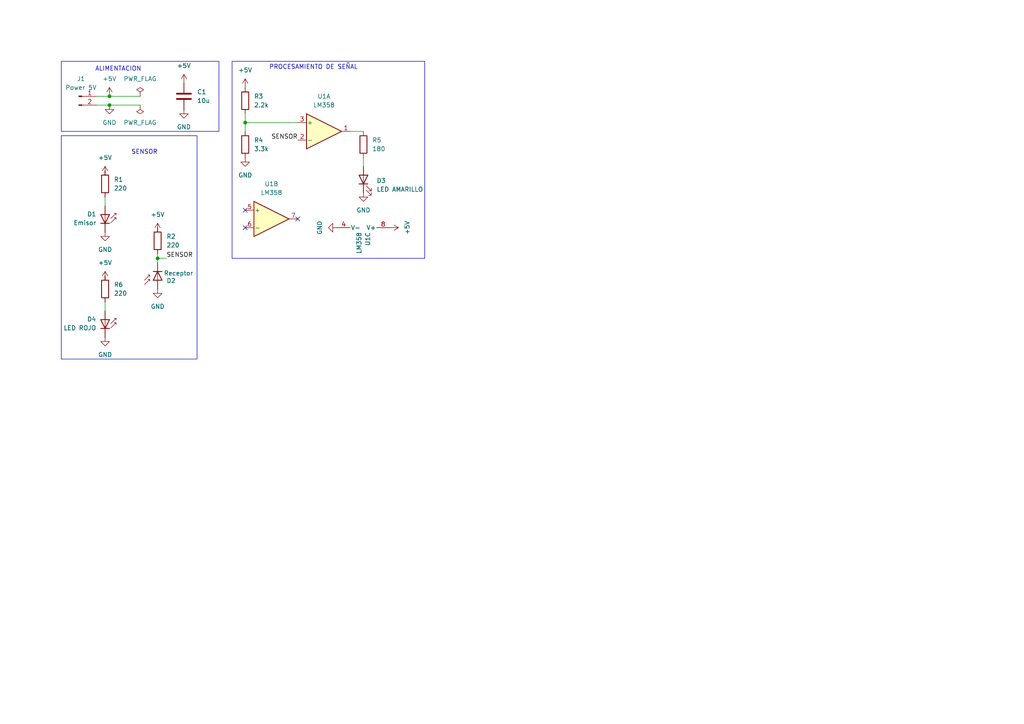
<source format=kicad_sch>
(kicad_sch
	(version 20231120)
	(generator "eeschema")
	(generator_version "8.0")
	(uuid "c52e414a-4fb0-4cdb-94c0-5d92251804b4")
	(paper "A4")
	(lib_symbols
		(symbol "Amplifier_Operational:LM358"
			(pin_names
				(offset 0.127)
			)
			(exclude_from_sim no)
			(in_bom yes)
			(on_board yes)
			(property "Reference" "U"
				(at 0 5.08 0)
				(effects
					(font
						(size 1.27 1.27)
					)
					(justify left)
				)
			)
			(property "Value" "LM358"
				(at 0 -5.08 0)
				(effects
					(font
						(size 1.27 1.27)
					)
					(justify left)
				)
			)
			(property "Footprint" ""
				(at 0 0 0)
				(effects
					(font
						(size 1.27 1.27)
					)
					(hide yes)
				)
			)
			(property "Datasheet" "http://www.ti.com/lit/ds/symlink/lm2904-n.pdf"
				(at 0 0 0)
				(effects
					(font
						(size 1.27 1.27)
					)
					(hide yes)
				)
			)
			(property "Description" "Low-Power, Dual Operational Amplifiers, DIP-8/SOIC-8/TO-99-8"
				(at 0 0 0)
				(effects
					(font
						(size 1.27 1.27)
					)
					(hide yes)
				)
			)
			(property "ki_locked" ""
				(at 0 0 0)
				(effects
					(font
						(size 1.27 1.27)
					)
				)
			)
			(property "ki_keywords" "dual opamp"
				(at 0 0 0)
				(effects
					(font
						(size 1.27 1.27)
					)
					(hide yes)
				)
			)
			(property "ki_fp_filters" "SOIC*3.9x4.9mm*P1.27mm* DIP*W7.62mm* TO*99* OnSemi*Micro8* TSSOP*3x3mm*P0.65mm* TSSOP*4.4x3mm*P0.65mm* MSOP*3x3mm*P0.65mm* SSOP*3.9x4.9mm*P0.635mm* LFCSP*2x2mm*P0.5mm* *SIP* SOIC*5.3x6.2mm*P1.27mm*"
				(at 0 0 0)
				(effects
					(font
						(size 1.27 1.27)
					)
					(hide yes)
				)
			)
			(symbol "LM358_1_1"
				(polyline
					(pts
						(xy -5.08 5.08) (xy 5.08 0) (xy -5.08 -5.08) (xy -5.08 5.08)
					)
					(stroke
						(width 0.254)
						(type default)
					)
					(fill
						(type background)
					)
				)
				(pin output line
					(at 7.62 0 180)
					(length 2.54)
					(name "~"
						(effects
							(font
								(size 1.27 1.27)
							)
						)
					)
					(number "1"
						(effects
							(font
								(size 1.27 1.27)
							)
						)
					)
				)
				(pin input line
					(at -7.62 -2.54 0)
					(length 2.54)
					(name "-"
						(effects
							(font
								(size 1.27 1.27)
							)
						)
					)
					(number "2"
						(effects
							(font
								(size 1.27 1.27)
							)
						)
					)
				)
				(pin input line
					(at -7.62 2.54 0)
					(length 2.54)
					(name "+"
						(effects
							(font
								(size 1.27 1.27)
							)
						)
					)
					(number "3"
						(effects
							(font
								(size 1.27 1.27)
							)
						)
					)
				)
			)
			(symbol "LM358_2_1"
				(polyline
					(pts
						(xy -5.08 5.08) (xy 5.08 0) (xy -5.08 -5.08) (xy -5.08 5.08)
					)
					(stroke
						(width 0.254)
						(type default)
					)
					(fill
						(type background)
					)
				)
				(pin input line
					(at -7.62 2.54 0)
					(length 2.54)
					(name "+"
						(effects
							(font
								(size 1.27 1.27)
							)
						)
					)
					(number "5"
						(effects
							(font
								(size 1.27 1.27)
							)
						)
					)
				)
				(pin input line
					(at -7.62 -2.54 0)
					(length 2.54)
					(name "-"
						(effects
							(font
								(size 1.27 1.27)
							)
						)
					)
					(number "6"
						(effects
							(font
								(size 1.27 1.27)
							)
						)
					)
				)
				(pin output line
					(at 7.62 0 180)
					(length 2.54)
					(name "~"
						(effects
							(font
								(size 1.27 1.27)
							)
						)
					)
					(number "7"
						(effects
							(font
								(size 1.27 1.27)
							)
						)
					)
				)
			)
			(symbol "LM358_3_1"
				(pin power_in line
					(at -2.54 -7.62 90)
					(length 3.81)
					(name "V-"
						(effects
							(font
								(size 1.27 1.27)
							)
						)
					)
					(number "4"
						(effects
							(font
								(size 1.27 1.27)
							)
						)
					)
				)
				(pin power_in line
					(at -2.54 7.62 270)
					(length 3.81)
					(name "V+"
						(effects
							(font
								(size 1.27 1.27)
							)
						)
					)
					(number "8"
						(effects
							(font
								(size 1.27 1.27)
							)
						)
					)
				)
			)
		)
		(symbol "Connector:Conn_01x02_Pin"
			(pin_names
				(offset 1.016) hide)
			(exclude_from_sim no)
			(in_bom yes)
			(on_board yes)
			(property "Reference" "J"
				(at 0 2.54 0)
				(effects
					(font
						(size 1.27 1.27)
					)
				)
			)
			(property "Value" "Conn_01x02_Pin"
				(at 0 -5.08 0)
				(effects
					(font
						(size 1.27 1.27)
					)
				)
			)
			(property "Footprint" ""
				(at 0 0 0)
				(effects
					(font
						(size 1.27 1.27)
					)
					(hide yes)
				)
			)
			(property "Datasheet" "~"
				(at 0 0 0)
				(effects
					(font
						(size 1.27 1.27)
					)
					(hide yes)
				)
			)
			(property "Description" "Generic connector, single row, 01x02, script generated"
				(at 0 0 0)
				(effects
					(font
						(size 1.27 1.27)
					)
					(hide yes)
				)
			)
			(property "ki_locked" ""
				(at 0 0 0)
				(effects
					(font
						(size 1.27 1.27)
					)
				)
			)
			(property "ki_keywords" "connector"
				(at 0 0 0)
				(effects
					(font
						(size 1.27 1.27)
					)
					(hide yes)
				)
			)
			(property "ki_fp_filters" "Connector*:*_1x??_*"
				(at 0 0 0)
				(effects
					(font
						(size 1.27 1.27)
					)
					(hide yes)
				)
			)
			(symbol "Conn_01x02_Pin_1_1"
				(polyline
					(pts
						(xy 1.27 -2.54) (xy 0.8636 -2.54)
					)
					(stroke
						(width 0.1524)
						(type default)
					)
					(fill
						(type none)
					)
				)
				(polyline
					(pts
						(xy 1.27 0) (xy 0.8636 0)
					)
					(stroke
						(width 0.1524)
						(type default)
					)
					(fill
						(type none)
					)
				)
				(rectangle
					(start 0.8636 -2.413)
					(end 0 -2.667)
					(stroke
						(width 0.1524)
						(type default)
					)
					(fill
						(type outline)
					)
				)
				(rectangle
					(start 0.8636 0.127)
					(end 0 -0.127)
					(stroke
						(width 0.1524)
						(type default)
					)
					(fill
						(type outline)
					)
				)
				(pin passive line
					(at 5.08 0 180)
					(length 3.81)
					(name "Pin_1"
						(effects
							(font
								(size 1.27 1.27)
							)
						)
					)
					(number "1"
						(effects
							(font
								(size 1.27 1.27)
							)
						)
					)
				)
				(pin passive line
					(at 5.08 -2.54 180)
					(length 3.81)
					(name "Pin_2"
						(effects
							(font
								(size 1.27 1.27)
							)
						)
					)
					(number "2"
						(effects
							(font
								(size 1.27 1.27)
							)
						)
					)
				)
			)
		)
		(symbol "Device:C"
			(pin_numbers hide)
			(pin_names
				(offset 0.254)
			)
			(exclude_from_sim no)
			(in_bom yes)
			(on_board yes)
			(property "Reference" "C"
				(at 0.635 2.54 0)
				(effects
					(font
						(size 1.27 1.27)
					)
					(justify left)
				)
			)
			(property "Value" "C"
				(at 0.635 -2.54 0)
				(effects
					(font
						(size 1.27 1.27)
					)
					(justify left)
				)
			)
			(property "Footprint" ""
				(at 0.9652 -3.81 0)
				(effects
					(font
						(size 1.27 1.27)
					)
					(hide yes)
				)
			)
			(property "Datasheet" "~"
				(at 0 0 0)
				(effects
					(font
						(size 1.27 1.27)
					)
					(hide yes)
				)
			)
			(property "Description" "Unpolarized capacitor"
				(at 0 0 0)
				(effects
					(font
						(size 1.27 1.27)
					)
					(hide yes)
				)
			)
			(property "ki_keywords" "cap capacitor"
				(at 0 0 0)
				(effects
					(font
						(size 1.27 1.27)
					)
					(hide yes)
				)
			)
			(property "ki_fp_filters" "C_*"
				(at 0 0 0)
				(effects
					(font
						(size 1.27 1.27)
					)
					(hide yes)
				)
			)
			(symbol "C_0_1"
				(polyline
					(pts
						(xy -2.032 -0.762) (xy 2.032 -0.762)
					)
					(stroke
						(width 0.508)
						(type default)
					)
					(fill
						(type none)
					)
				)
				(polyline
					(pts
						(xy -2.032 0.762) (xy 2.032 0.762)
					)
					(stroke
						(width 0.508)
						(type default)
					)
					(fill
						(type none)
					)
				)
			)
			(symbol "C_1_1"
				(pin passive line
					(at 0 3.81 270)
					(length 2.794)
					(name "~"
						(effects
							(font
								(size 1.27 1.27)
							)
						)
					)
					(number "1"
						(effects
							(font
								(size 1.27 1.27)
							)
						)
					)
				)
				(pin passive line
					(at 0 -3.81 90)
					(length 2.794)
					(name "~"
						(effects
							(font
								(size 1.27 1.27)
							)
						)
					)
					(number "2"
						(effects
							(font
								(size 1.27 1.27)
							)
						)
					)
				)
			)
		)
		(symbol "Device:LED"
			(pin_numbers hide)
			(pin_names
				(offset 1.016) hide)
			(exclude_from_sim no)
			(in_bom yes)
			(on_board yes)
			(property "Reference" "D"
				(at 0 2.54 0)
				(effects
					(font
						(size 1.27 1.27)
					)
				)
			)
			(property "Value" "LED"
				(at 0 -2.54 0)
				(effects
					(font
						(size 1.27 1.27)
					)
				)
			)
			(property "Footprint" ""
				(at 0 0 0)
				(effects
					(font
						(size 1.27 1.27)
					)
					(hide yes)
				)
			)
			(property "Datasheet" "~"
				(at 0 0 0)
				(effects
					(font
						(size 1.27 1.27)
					)
					(hide yes)
				)
			)
			(property "Description" "Light emitting diode"
				(at 0 0 0)
				(effects
					(font
						(size 1.27 1.27)
					)
					(hide yes)
				)
			)
			(property "ki_keywords" "LED diode"
				(at 0 0 0)
				(effects
					(font
						(size 1.27 1.27)
					)
					(hide yes)
				)
			)
			(property "ki_fp_filters" "LED* LED_SMD:* LED_THT:*"
				(at 0 0 0)
				(effects
					(font
						(size 1.27 1.27)
					)
					(hide yes)
				)
			)
			(symbol "LED_0_1"
				(polyline
					(pts
						(xy -1.27 -1.27) (xy -1.27 1.27)
					)
					(stroke
						(width 0.254)
						(type default)
					)
					(fill
						(type none)
					)
				)
				(polyline
					(pts
						(xy -1.27 0) (xy 1.27 0)
					)
					(stroke
						(width 0)
						(type default)
					)
					(fill
						(type none)
					)
				)
				(polyline
					(pts
						(xy 1.27 -1.27) (xy 1.27 1.27) (xy -1.27 0) (xy 1.27 -1.27)
					)
					(stroke
						(width 0.254)
						(type default)
					)
					(fill
						(type none)
					)
				)
				(polyline
					(pts
						(xy -3.048 -0.762) (xy -4.572 -2.286) (xy -3.81 -2.286) (xy -4.572 -2.286) (xy -4.572 -1.524)
					)
					(stroke
						(width 0)
						(type default)
					)
					(fill
						(type none)
					)
				)
				(polyline
					(pts
						(xy -1.778 -0.762) (xy -3.302 -2.286) (xy -2.54 -2.286) (xy -3.302 -2.286) (xy -3.302 -1.524)
					)
					(stroke
						(width 0)
						(type default)
					)
					(fill
						(type none)
					)
				)
			)
			(symbol "LED_1_1"
				(pin passive line
					(at -3.81 0 0)
					(length 2.54)
					(name "K"
						(effects
							(font
								(size 1.27 1.27)
							)
						)
					)
					(number "1"
						(effects
							(font
								(size 1.27 1.27)
							)
						)
					)
				)
				(pin passive line
					(at 3.81 0 180)
					(length 2.54)
					(name "A"
						(effects
							(font
								(size 1.27 1.27)
							)
						)
					)
					(number "2"
						(effects
							(font
								(size 1.27 1.27)
							)
						)
					)
				)
			)
		)
		(symbol "Device:R"
			(pin_numbers hide)
			(pin_names
				(offset 0)
			)
			(exclude_from_sim no)
			(in_bom yes)
			(on_board yes)
			(property "Reference" "R"
				(at 2.032 0 90)
				(effects
					(font
						(size 1.27 1.27)
					)
				)
			)
			(property "Value" "R"
				(at 0 0 90)
				(effects
					(font
						(size 1.27 1.27)
					)
				)
			)
			(property "Footprint" ""
				(at -1.778 0 90)
				(effects
					(font
						(size 1.27 1.27)
					)
					(hide yes)
				)
			)
			(property "Datasheet" "~"
				(at 0 0 0)
				(effects
					(font
						(size 1.27 1.27)
					)
					(hide yes)
				)
			)
			(property "Description" "Resistor"
				(at 0 0 0)
				(effects
					(font
						(size 1.27 1.27)
					)
					(hide yes)
				)
			)
			(property "ki_keywords" "R res resistor"
				(at 0 0 0)
				(effects
					(font
						(size 1.27 1.27)
					)
					(hide yes)
				)
			)
			(property "ki_fp_filters" "R_*"
				(at 0 0 0)
				(effects
					(font
						(size 1.27 1.27)
					)
					(hide yes)
				)
			)
			(symbol "R_0_1"
				(rectangle
					(start -1.016 -2.54)
					(end 1.016 2.54)
					(stroke
						(width 0.254)
						(type default)
					)
					(fill
						(type none)
					)
				)
			)
			(symbol "R_1_1"
				(pin passive line
					(at 0 3.81 270)
					(length 1.27)
					(name "~"
						(effects
							(font
								(size 1.27 1.27)
							)
						)
					)
					(number "1"
						(effects
							(font
								(size 1.27 1.27)
							)
						)
					)
				)
				(pin passive line
					(at 0 -3.81 90)
					(length 1.27)
					(name "~"
						(effects
							(font
								(size 1.27 1.27)
							)
						)
					)
					(number "2"
						(effects
							(font
								(size 1.27 1.27)
							)
						)
					)
				)
			)
		)
		(symbol "IR204A_1"
			(pin_numbers hide)
			(pin_names
				(offset 1.016) hide)
			(exclude_from_sim no)
			(in_bom yes)
			(on_board yes)
			(property "Reference" "D2"
				(at 0.1271 -2.54 90)
				(effects
					(font
						(size 1.27 1.27)
					)
					(justify right)
				)
			)
			(property "Value" "Emisor"
				(at -2.4129 -2.54 90)
				(effects
					(font
						(size 1.27 1.27)
					)
					(justify right)
				)
			)
			(property "Footprint" "LED_THT:LED_D3.0mm_IRBlack"
				(at 0 4.445 0)
				(effects
					(font
						(size 1.27 1.27)
					)
					(hide yes)
				)
			)
			(property "Datasheet" "http://www.everlight.com/file/ProductFile/IR204-A.pdf"
				(at -1.27 0 0)
				(effects
					(font
						(size 1.27 1.27)
					)
					(hide yes)
				)
			)
			(property "Description" "Infrared LED , 3mm LED package"
				(at 0 0 0)
				(effects
					(font
						(size 1.27 1.27)
					)
					(hide yes)
				)
			)
			(property "ki_keywords" "opto IR LED"
				(at 0 0 0)
				(effects
					(font
						(size 1.27 1.27)
					)
					(hide yes)
				)
			)
			(property "ki_fp_filters" "LED*3.0mm*IRBlack*"
				(at 0 0 0)
				(effects
					(font
						(size 1.27 1.27)
					)
					(hide yes)
				)
			)
			(symbol "IR204A_1_0_1"
				(polyline
					(pts
						(xy -2.54 1.27) (xy -2.54 -1.27)
					)
					(stroke
						(width 0.254)
						(type default)
					)
					(fill
						(type none)
					)
				)
				(polyline
					(pts
						(xy 0 0) (xy -2.54 0)
					)
					(stroke
						(width 0)
						(type default)
					)
					(fill
						(type none)
					)
				)
				(polyline
					(pts
						(xy 0 1.27) (xy -2.54 0) (xy 0 -1.27) (xy 0 1.27)
					)
					(stroke
						(width 0.254)
						(type default)
					)
					(fill
						(type none)
					)
				)
				(polyline
					(pts
						(xy 0 3.81) (xy -1.524 2.286) (xy -1.524 2.794) (xy -1.524 2.286) (xy -1.016 2.286)
					)
					(stroke
						(width 0)
						(type default)
					)
					(fill
						(type none)
					)
				)
				(polyline
					(pts
						(xy 1.27 3.81) (xy -0.254 2.286) (xy -0.254 2.794) (xy -0.254 2.286) (xy 0.254 2.286)
					)
					(stroke
						(width 0)
						(type default)
					)
					(fill
						(type none)
					)
				)
			)
			(symbol "IR204A_1_1_1"
				(pin passive line
					(at -5.08 0 0)
					(length 2.54)
					(name "K"
						(effects
							(font
								(size 1.27 1.27)
							)
						)
					)
					(number "1"
						(effects
							(font
								(size 1.27 1.27)
							)
						)
					)
				)
				(pin passive line
					(at 2.54 0 180)
					(length 2.54)
					(name "A"
						(effects
							(font
								(size 1.27 1.27)
							)
						)
					)
					(number "2"
						(effects
							(font
								(size 1.27 1.27)
							)
						)
					)
				)
			)
		)
		(symbol "LED:IR204A"
			(pin_numbers hide)
			(pin_names
				(offset 1.016) hide)
			(exclude_from_sim no)
			(in_bom yes)
			(on_board yes)
			(property "Reference" "D"
				(at 0.508 1.778 0)
				(effects
					(font
						(size 1.27 1.27)
					)
					(justify left)
				)
			)
			(property "Value" "IR204A"
				(at -1.016 -2.794 0)
				(effects
					(font
						(size 1.27 1.27)
					)
				)
			)
			(property "Footprint" "LED_THT:LED_D3.0mm_IRBlack"
				(at 0 4.445 0)
				(effects
					(font
						(size 1.27 1.27)
					)
					(hide yes)
				)
			)
			(property "Datasheet" "http://www.everlight.com/file/ProductFile/IR204-A.pdf"
				(at -1.27 0 0)
				(effects
					(font
						(size 1.27 1.27)
					)
					(hide yes)
				)
			)
			(property "Description" "Infrared LED , 3mm LED package"
				(at 0 0 0)
				(effects
					(font
						(size 1.27 1.27)
					)
					(hide yes)
				)
			)
			(property "ki_keywords" "opto IR LED"
				(at 0 0 0)
				(effects
					(font
						(size 1.27 1.27)
					)
					(hide yes)
				)
			)
			(property "ki_fp_filters" "LED*3.0mm*IRBlack*"
				(at 0 0 0)
				(effects
					(font
						(size 1.27 1.27)
					)
					(hide yes)
				)
			)
			(symbol "IR204A_0_1"
				(polyline
					(pts
						(xy -2.54 1.27) (xy -2.54 -1.27)
					)
					(stroke
						(width 0.254)
						(type default)
					)
					(fill
						(type none)
					)
				)
				(polyline
					(pts
						(xy 0 0) (xy -2.54 0)
					)
					(stroke
						(width 0)
						(type default)
					)
					(fill
						(type none)
					)
				)
				(polyline
					(pts
						(xy 0.381 3.175) (xy -0.127 3.175)
					)
					(stroke
						(width 0)
						(type default)
					)
					(fill
						(type none)
					)
				)
				(polyline
					(pts
						(xy -1.143 1.651) (xy 0.381 3.175) (xy 0.381 2.667)
					)
					(stroke
						(width 0)
						(type default)
					)
					(fill
						(type none)
					)
				)
				(polyline
					(pts
						(xy 0 1.27) (xy -2.54 0) (xy 0 -1.27) (xy 0 1.27)
					)
					(stroke
						(width 0.254)
						(type default)
					)
					(fill
						(type none)
					)
				)
				(polyline
					(pts
						(xy -2.413 1.651) (xy -0.889 3.175) (xy -0.889 2.667) (xy -0.889 3.175) (xy -1.397 3.175)
					)
					(stroke
						(width 0)
						(type default)
					)
					(fill
						(type none)
					)
				)
			)
			(symbol "IR204A_1_1"
				(pin passive line
					(at -5.08 0 0)
					(length 2.54)
					(name "K"
						(effects
							(font
								(size 1.27 1.27)
							)
						)
					)
					(number "1"
						(effects
							(font
								(size 1.27 1.27)
							)
						)
					)
				)
				(pin passive line
					(at 2.54 0 180)
					(length 2.54)
					(name "A"
						(effects
							(font
								(size 1.27 1.27)
							)
						)
					)
					(number "2"
						(effects
							(font
								(size 1.27 1.27)
							)
						)
					)
				)
			)
		)
		(symbol "power:+5V"
			(power)
			(pin_numbers hide)
			(pin_names
				(offset 0) hide)
			(exclude_from_sim no)
			(in_bom yes)
			(on_board yes)
			(property "Reference" "#PWR"
				(at 0 -3.81 0)
				(effects
					(font
						(size 1.27 1.27)
					)
					(hide yes)
				)
			)
			(property "Value" "+5V"
				(at 0 3.556 0)
				(effects
					(font
						(size 1.27 1.27)
					)
				)
			)
			(property "Footprint" ""
				(at 0 0 0)
				(effects
					(font
						(size 1.27 1.27)
					)
					(hide yes)
				)
			)
			(property "Datasheet" ""
				(at 0 0 0)
				(effects
					(font
						(size 1.27 1.27)
					)
					(hide yes)
				)
			)
			(property "Description" "Power symbol creates a global label with name \"+5V\""
				(at 0 0 0)
				(effects
					(font
						(size 1.27 1.27)
					)
					(hide yes)
				)
			)
			(property "ki_keywords" "global power"
				(at 0 0 0)
				(effects
					(font
						(size 1.27 1.27)
					)
					(hide yes)
				)
			)
			(symbol "+5V_0_1"
				(polyline
					(pts
						(xy -0.762 1.27) (xy 0 2.54)
					)
					(stroke
						(width 0)
						(type default)
					)
					(fill
						(type none)
					)
				)
				(polyline
					(pts
						(xy 0 0) (xy 0 2.54)
					)
					(stroke
						(width 0)
						(type default)
					)
					(fill
						(type none)
					)
				)
				(polyline
					(pts
						(xy 0 2.54) (xy 0.762 1.27)
					)
					(stroke
						(width 0)
						(type default)
					)
					(fill
						(type none)
					)
				)
			)
			(symbol "+5V_1_1"
				(pin power_in line
					(at 0 0 90)
					(length 0)
					(name "~"
						(effects
							(font
								(size 1.27 1.27)
							)
						)
					)
					(number "1"
						(effects
							(font
								(size 1.27 1.27)
							)
						)
					)
				)
			)
		)
		(symbol "power:GND"
			(power)
			(pin_numbers hide)
			(pin_names
				(offset 0) hide)
			(exclude_from_sim no)
			(in_bom yes)
			(on_board yes)
			(property "Reference" "#PWR"
				(at 0 -6.35 0)
				(effects
					(font
						(size 1.27 1.27)
					)
					(hide yes)
				)
			)
			(property "Value" "GND"
				(at 0 -3.81 0)
				(effects
					(font
						(size 1.27 1.27)
					)
				)
			)
			(property "Footprint" ""
				(at 0 0 0)
				(effects
					(font
						(size 1.27 1.27)
					)
					(hide yes)
				)
			)
			(property "Datasheet" ""
				(at 0 0 0)
				(effects
					(font
						(size 1.27 1.27)
					)
					(hide yes)
				)
			)
			(property "Description" "Power symbol creates a global label with name \"GND\" , ground"
				(at 0 0 0)
				(effects
					(font
						(size 1.27 1.27)
					)
					(hide yes)
				)
			)
			(property "ki_keywords" "global power"
				(at 0 0 0)
				(effects
					(font
						(size 1.27 1.27)
					)
					(hide yes)
				)
			)
			(symbol "GND_0_1"
				(polyline
					(pts
						(xy 0 0) (xy 0 -1.27) (xy 1.27 -1.27) (xy 0 -2.54) (xy -1.27 -1.27) (xy 0 -1.27)
					)
					(stroke
						(width 0)
						(type default)
					)
					(fill
						(type none)
					)
				)
			)
			(symbol "GND_1_1"
				(pin power_in line
					(at 0 0 270)
					(length 0)
					(name "~"
						(effects
							(font
								(size 1.27 1.27)
							)
						)
					)
					(number "1"
						(effects
							(font
								(size 1.27 1.27)
							)
						)
					)
				)
			)
		)
		(symbol "power:PWR_FLAG"
			(power)
			(pin_numbers hide)
			(pin_names
				(offset 0) hide)
			(exclude_from_sim no)
			(in_bom yes)
			(on_board yes)
			(property "Reference" "#FLG"
				(at 0 1.905 0)
				(effects
					(font
						(size 1.27 1.27)
					)
					(hide yes)
				)
			)
			(property "Value" "PWR_FLAG"
				(at 0 3.81 0)
				(effects
					(font
						(size 1.27 1.27)
					)
				)
			)
			(property "Footprint" ""
				(at 0 0 0)
				(effects
					(font
						(size 1.27 1.27)
					)
					(hide yes)
				)
			)
			(property "Datasheet" "~"
				(at 0 0 0)
				(effects
					(font
						(size 1.27 1.27)
					)
					(hide yes)
				)
			)
			(property "Description" "Special symbol for telling ERC where power comes from"
				(at 0 0 0)
				(effects
					(font
						(size 1.27 1.27)
					)
					(hide yes)
				)
			)
			(property "ki_keywords" "flag power"
				(at 0 0 0)
				(effects
					(font
						(size 1.27 1.27)
					)
					(hide yes)
				)
			)
			(symbol "PWR_FLAG_0_0"
				(pin power_out line
					(at 0 0 90)
					(length 0)
					(name "~"
						(effects
							(font
								(size 1.27 1.27)
							)
						)
					)
					(number "1"
						(effects
							(font
								(size 1.27 1.27)
							)
						)
					)
				)
			)
			(symbol "PWR_FLAG_0_1"
				(polyline
					(pts
						(xy 0 0) (xy 0 1.27) (xy -1.016 1.905) (xy 0 2.54) (xy 1.016 1.905) (xy 0 1.27)
					)
					(stroke
						(width 0)
						(type default)
					)
					(fill
						(type none)
					)
				)
			)
		)
	)
	(junction
		(at 31.75 30.48)
		(diameter 0)
		(color 0 0 0 0)
		(uuid "058e1482-f687-4f72-a117-edb4fef254ff")
	)
	(junction
		(at 71.12 35.56)
		(diameter 0)
		(color 0 0 0 0)
		(uuid "169b3a85-481a-49ae-8198-c6217c5cf0ff")
	)
	(junction
		(at 45.72 74.93)
		(diameter 0)
		(color 0 0 0 0)
		(uuid "22c8e773-d52b-4676-9fc0-e9c6f2230781")
	)
	(junction
		(at 31.75 27.94)
		(diameter 0)
		(color 0 0 0 0)
		(uuid "f565b47b-ba79-4945-b1bf-f62fcb386538")
	)
	(no_connect
		(at 71.12 66.04)
		(uuid "51ec022c-2d0a-4cfc-a3f4-2496ce3f038d")
	)
	(no_connect
		(at 86.36 63.5)
		(uuid "dcf593bc-a625-4ecb-85b9-044e1849d02e")
	)
	(no_connect
		(at 71.12 60.96)
		(uuid "e444b5a2-9704-4748-abeb-ab60afa81b04")
	)
	(wire
		(pts
			(xy 31.75 30.48) (xy 40.64 30.48)
		)
		(stroke
			(width 0)
			(type default)
		)
		(uuid "0318ab93-9d6f-4bc5-b725-826606df2781")
	)
	(wire
		(pts
			(xy 45.72 74.93) (xy 45.72 76.2)
		)
		(stroke
			(width 0)
			(type default)
		)
		(uuid "3a2e145d-7e07-45df-93c1-89b76525616c")
	)
	(wire
		(pts
			(xy 71.12 35.56) (xy 71.12 38.1)
		)
		(stroke
			(width 0)
			(type default)
		)
		(uuid "3c04ac18-7d90-47c2-bf38-681396a08760")
	)
	(wire
		(pts
			(xy 101.6 38.1) (xy 105.41 38.1)
		)
		(stroke
			(width 0)
			(type default)
		)
		(uuid "43b520b4-9ced-4b0c-b706-0bdc55ee5382")
	)
	(wire
		(pts
			(xy 45.72 74.93) (xy 48.26 74.93)
		)
		(stroke
			(width 0)
			(type default)
		)
		(uuid "58dac7c6-9a47-4ea9-9769-08ca1138af4a")
	)
	(wire
		(pts
			(xy 71.12 33.02) (xy 71.12 35.56)
		)
		(stroke
			(width 0)
			(type default)
		)
		(uuid "634bdd35-a9aa-4bb4-9cc6-c3f7070484a4")
	)
	(wire
		(pts
			(xy 105.41 48.26) (xy 105.41 45.72)
		)
		(stroke
			(width 0)
			(type default)
		)
		(uuid "8056456e-79a6-4ea2-8d64-207d455783f7")
	)
	(wire
		(pts
			(xy 27.94 27.94) (xy 31.75 27.94)
		)
		(stroke
			(width 0)
			(type default)
		)
		(uuid "9383ae06-bb8e-495c-a3ff-abd6124d5366")
	)
	(wire
		(pts
			(xy 30.48 49.53) (xy 30.48 50.8)
		)
		(stroke
			(width 0)
			(type default)
		)
		(uuid "99909682-ada6-4ceb-87f3-66969d23f3b3")
	)
	(wire
		(pts
			(xy 71.12 35.56) (xy 86.36 35.56)
		)
		(stroke
			(width 0)
			(type default)
		)
		(uuid "aeb359bf-316f-4ac3-8621-6df139be09d1")
	)
	(wire
		(pts
			(xy 30.48 57.15) (xy 30.48 59.69)
		)
		(stroke
			(width 0)
			(type default)
		)
		(uuid "b455e584-f637-40ac-bffe-861c24cd8281")
	)
	(wire
		(pts
			(xy 30.48 80.01) (xy 30.48 81.28)
		)
		(stroke
			(width 0)
			(type default)
		)
		(uuid "bf158bc5-86c2-44c6-be63-24f32487512b")
	)
	(wire
		(pts
			(xy 30.48 87.63) (xy 30.48 90.17)
		)
		(stroke
			(width 0)
			(type default)
		)
		(uuid "cef62428-c526-43d1-93a4-22f8e7982566")
	)
	(wire
		(pts
			(xy 27.94 30.48) (xy 31.75 30.48)
		)
		(stroke
			(width 0)
			(type default)
		)
		(uuid "d49fd89e-3ed6-4b42-9950-84c1422052c8")
	)
	(wire
		(pts
			(xy 45.72 73.66) (xy 45.72 74.93)
		)
		(stroke
			(width 0)
			(type default)
		)
		(uuid "db6de0e1-1b8b-4aef-9451-39539184da3e")
	)
	(wire
		(pts
			(xy 45.72 66.04) (xy 45.72 67.31)
		)
		(stroke
			(width 0)
			(type default)
		)
		(uuid "f060133b-acc3-4ae6-9946-3d441c046217")
	)
	(wire
		(pts
			(xy 31.75 27.94) (xy 40.64 27.94)
		)
		(stroke
			(width 0)
			(type default)
		)
		(uuid "f77fac12-f6fd-4fd1-9dc0-eb727d87fb1b")
	)
	(rectangle
		(start 17.78 39.37)
		(end 57.15 104.14)
		(stroke
			(width 0)
			(type default)
		)
		(fill
			(type none)
		)
		(uuid 1b22e905-3923-4829-a032-5b66a8a8adb3)
	)
	(rectangle
		(start 17.78 17.78)
		(end 63.5 38.1)
		(stroke
			(width 0)
			(type default)
		)
		(fill
			(type none)
		)
		(uuid c2f7b530-ca6a-4062-960e-c74457a0c719)
	)
	(rectangle
		(start 67.31 17.78)
		(end 123.19 74.93)
		(stroke
			(width 0)
			(type default)
		)
		(fill
			(type none)
		)
		(uuid f280cfae-4ff4-40eb-9fb8-b33cf7730325)
	)
	(text "SENSOR\n"
		(exclude_from_sim no)
		(at 41.91 44.196 0)
		(effects
			(font
				(size 1.27 1.27)
			)
		)
		(uuid "742101c1-5b52-4581-a6ae-7e92d6fae45b")
	)
	(text "PROCESAMIENTO DE SEÑAL\n"
		(exclude_from_sim no)
		(at 90.932 19.558 0)
		(effects
			(font
				(size 1.27 1.27)
			)
		)
		(uuid "ab1de346-242a-4c85-a965-7a42685c8529")
	)
	(text "ALIMENTACION\n"
		(exclude_from_sim no)
		(at 34.29 20.066 0)
		(effects
			(font
				(size 1.27 1.27)
			)
		)
		(uuid "ead44126-39a1-4e27-ad9c-965b648b487d")
	)
	(label "SENSOR"
		(at 48.26 74.93 0)
		(fields_autoplaced yes)
		(effects
			(font
				(size 1.27 1.27)
			)
			(justify left bottom)
		)
		(uuid "3704a1e8-e35f-42f0-9341-151f3549aadc")
	)
	(label "SENSOR"
		(at 86.36 40.64 180)
		(fields_autoplaced yes)
		(effects
			(font
				(size 1.27 1.27)
			)
			(justify right bottom)
		)
		(uuid "a7895170-def8-412d-92bc-189344817fca")
	)
	(symbol
		(lib_id "power:+5V")
		(at 30.48 81.28 0)
		(unit 1)
		(exclude_from_sim no)
		(in_bom yes)
		(on_board yes)
		(dnp no)
		(fields_autoplaced yes)
		(uuid "1fc3b4c7-6564-4cd2-8fb5-0a7308dabed2")
		(property "Reference" "#PWR014"
			(at 30.48 85.09 0)
			(effects
				(font
					(size 1.27 1.27)
				)
				(hide yes)
			)
		)
		(property "Value" "+5V"
			(at 30.48 76.2 0)
			(effects
				(font
					(size 1.27 1.27)
				)
			)
		)
		(property "Footprint" ""
			(at 30.48 81.28 0)
			(effects
				(font
					(size 1.27 1.27)
				)
				(hide yes)
			)
		)
		(property "Datasheet" ""
			(at 30.48 81.28 0)
			(effects
				(font
					(size 1.27 1.27)
				)
				(hide yes)
			)
		)
		(property "Description" "Power symbol creates a global label with name \"+5V\""
			(at 30.48 81.28 0)
			(effects
				(font
					(size 1.27 1.27)
				)
				(hide yes)
			)
		)
		(pin "1"
			(uuid "0f825622-f0f5-44f1-8bd5-9966c4513161")
		)
		(instances
			(project "OXIMETRO"
				(path "/c52e414a-4fb0-4cdb-94c0-5d92251804b4"
					(reference "#PWR014")
					(unit 1)
				)
			)
		)
	)
	(symbol
		(lib_id "Amplifier_Operational:LM358")
		(at 105.41 68.58 270)
		(unit 3)
		(exclude_from_sim no)
		(in_bom yes)
		(on_board yes)
		(dnp no)
		(fields_autoplaced yes)
		(uuid "3291b00c-21d5-409f-847e-20a80a780931")
		(property "Reference" "U1"
			(at 106.6801 67.31 0)
			(effects
				(font
					(size 1.27 1.27)
				)
				(justify left)
			)
		)
		(property "Value" "LM358"
			(at 104.1401 67.31 0)
			(effects
				(font
					(size 1.27 1.27)
				)
				(justify left)
			)
		)
		(property "Footprint" "Package_DIP:DIP-8_W7.62mm"
			(at 105.41 68.58 0)
			(effects
				(font
					(size 1.27 1.27)
				)
				(hide yes)
			)
		)
		(property "Datasheet" "http://www.ti.com/lit/ds/symlink/lm2904-n.pdf"
			(at 105.41 68.58 0)
			(effects
				(font
					(size 1.27 1.27)
				)
				(hide yes)
			)
		)
		(property "Description" "Low-Power, Dual Operational Amplifiers, DIP-8/SOIC-8/TO-99-8"
			(at 105.41 68.58 0)
			(effects
				(font
					(size 1.27 1.27)
				)
				(hide yes)
			)
		)
		(pin "8"
			(uuid "0714624a-4a81-416d-ab60-1c704fdf3f79")
		)
		(pin "2"
			(uuid "66a06705-8532-4dac-81bd-88f7eb1daff5")
		)
		(pin "4"
			(uuid "70425a18-5ca4-4b30-a36c-001991192788")
		)
		(pin "7"
			(uuid "80a57e65-9f46-470a-ad55-ac2c72115e53")
		)
		(pin "5"
			(uuid "40148b45-7a2a-421c-a3c6-d94000161f6f")
		)
		(pin "6"
			(uuid "6a540314-7d1c-4003-918d-cda4f9843f18")
		)
		(pin "3"
			(uuid "c8eaecb9-29ae-4384-827f-256095b97de5")
		)
		(pin "1"
			(uuid "2a2c71d3-1ad1-4ac4-b5c2-0e8a39dfbc76")
		)
		(instances
			(project "OXIMETRO"
				(path "/c52e414a-4fb0-4cdb-94c0-5d92251804b4"
					(reference "U1")
					(unit 3)
				)
			)
		)
	)
	(symbol
		(lib_id "power:GND")
		(at 30.48 67.31 0)
		(unit 1)
		(exclude_from_sim no)
		(in_bom yes)
		(on_board yes)
		(dnp no)
		(fields_autoplaced yes)
		(uuid "3dbd45a0-953e-452e-bf04-ff6f85511689")
		(property "Reference" "#PWR04"
			(at 30.48 73.66 0)
			(effects
				(font
					(size 1.27 1.27)
				)
				(hide yes)
			)
		)
		(property "Value" "GND"
			(at 30.48 72.39 0)
			(effects
				(font
					(size 1.27 1.27)
				)
			)
		)
		(property "Footprint" ""
			(at 30.48 67.31 0)
			(effects
				(font
					(size 1.27 1.27)
				)
				(hide yes)
			)
		)
		(property "Datasheet" ""
			(at 30.48 67.31 0)
			(effects
				(font
					(size 1.27 1.27)
				)
				(hide yes)
			)
		)
		(property "Description" "Power symbol creates a global label with name \"GND\" , ground"
			(at 30.48 67.31 0)
			(effects
				(font
					(size 1.27 1.27)
				)
				(hide yes)
			)
		)
		(pin "1"
			(uuid "c658120d-6e9d-470a-87a5-0e49d2e743bc")
		)
		(instances
			(project "OXIMETRO"
				(path "/c52e414a-4fb0-4cdb-94c0-5d92251804b4"
					(reference "#PWR04")
					(unit 1)
				)
			)
		)
	)
	(symbol
		(lib_id "Device:R")
		(at 71.12 41.91 0)
		(unit 1)
		(exclude_from_sim no)
		(in_bom yes)
		(on_board yes)
		(dnp no)
		(fields_autoplaced yes)
		(uuid "428c9cbf-74e7-4554-a553-1226799dcb5e")
		(property "Reference" "R4"
			(at 73.66 40.6399 0)
			(effects
				(font
					(size 1.27 1.27)
				)
				(justify left)
			)
		)
		(property "Value" "3.3k"
			(at 73.66 43.1799 0)
			(effects
				(font
					(size 1.27 1.27)
				)
				(justify left)
			)
		)
		(property "Footprint" "Resistor_THT:R_Axial_DIN0207_L6.3mm_D2.5mm_P7.62mm_Horizontal"
			(at 69.342 41.91 90)
			(effects
				(font
					(size 1.27 1.27)
				)
				(hide yes)
			)
		)
		(property "Datasheet" "~"
			(at 71.12 41.91 0)
			(effects
				(font
					(size 1.27 1.27)
				)
				(hide yes)
			)
		)
		(property "Description" "Resistor"
			(at 71.12 41.91 0)
			(effects
				(font
					(size 1.27 1.27)
				)
				(hide yes)
			)
		)
		(pin "2"
			(uuid "351238be-266b-403b-906b-ce7faeccc313")
		)
		(pin "1"
			(uuid "810cfcf0-9c37-4f92-9ad9-200e97f6d5dd")
		)
		(instances
			(project "OXIMETRO"
				(path "/c52e414a-4fb0-4cdb-94c0-5d92251804b4"
					(reference "R4")
					(unit 1)
				)
			)
		)
	)
	(symbol
		(lib_id "Device:R")
		(at 30.48 53.34 0)
		(unit 1)
		(exclude_from_sim no)
		(in_bom yes)
		(on_board yes)
		(dnp no)
		(fields_autoplaced yes)
		(uuid "492c152c-828e-4832-ad4b-ad5f1adfd2de")
		(property "Reference" "R1"
			(at 33.02 52.0699 0)
			(effects
				(font
					(size 1.27 1.27)
				)
				(justify left)
			)
		)
		(property "Value" "220"
			(at 33.02 54.6099 0)
			(effects
				(font
					(size 1.27 1.27)
				)
				(justify left)
			)
		)
		(property "Footprint" "Resistor_THT:R_Axial_DIN0207_L6.3mm_D2.5mm_P7.62mm_Horizontal"
			(at 28.702 53.34 90)
			(effects
				(font
					(size 1.27 1.27)
				)
				(hide yes)
			)
		)
		(property "Datasheet" "~"
			(at 30.48 53.34 0)
			(effects
				(font
					(size 1.27 1.27)
				)
				(hide yes)
			)
		)
		(property "Description" "Resistor"
			(at 30.48 53.34 0)
			(effects
				(font
					(size 1.27 1.27)
				)
				(hide yes)
			)
		)
		(pin "2"
			(uuid "45fe6619-d1c7-42fb-9dc2-4522e6864f87")
		)
		(pin "1"
			(uuid "500c1010-292a-44ac-97c4-9e52b3d97b5a")
		)
		(instances
			(project "OXIMETRO"
				(path "/c52e414a-4fb0-4cdb-94c0-5d92251804b4"
					(reference "R1")
					(unit 1)
				)
			)
		)
	)
	(symbol
		(lib_id "Device:R")
		(at 71.12 29.21 0)
		(unit 1)
		(exclude_from_sim no)
		(in_bom yes)
		(on_board yes)
		(dnp no)
		(fields_autoplaced yes)
		(uuid "5329a3eb-3ae5-4c50-b70d-fe3e13daa7fc")
		(property "Reference" "R3"
			(at 73.66 27.9399 0)
			(effects
				(font
					(size 1.27 1.27)
				)
				(justify left)
			)
		)
		(property "Value" "2.2k"
			(at 73.66 30.4799 0)
			(effects
				(font
					(size 1.27 1.27)
				)
				(justify left)
			)
		)
		(property "Footprint" "Resistor_THT:R_Axial_DIN0207_L6.3mm_D2.5mm_P7.62mm_Horizontal"
			(at 69.342 29.21 90)
			(effects
				(font
					(size 1.27 1.27)
				)
				(hide yes)
			)
		)
		(property "Datasheet" "~"
			(at 71.12 29.21 0)
			(effects
				(font
					(size 1.27 1.27)
				)
				(hide yes)
			)
		)
		(property "Description" "Resistor"
			(at 71.12 29.21 0)
			(effects
				(font
					(size 1.27 1.27)
				)
				(hide yes)
			)
		)
		(pin "2"
			(uuid "1d0c764e-779b-4ea6-b94b-beb2a444f399")
		)
		(pin "1"
			(uuid "be896d67-bf3e-4f11-9496-aab3d96ded77")
		)
		(instances
			(project "OXIMETRO"
				(path "/c52e414a-4fb0-4cdb-94c0-5d92251804b4"
					(reference "R3")
					(unit 1)
				)
			)
		)
	)
	(symbol
		(lib_id "power:GND")
		(at 45.72 83.82 0)
		(unit 1)
		(exclude_from_sim no)
		(in_bom yes)
		(on_board yes)
		(dnp no)
		(fields_autoplaced yes)
		(uuid "53eb4a8e-8d53-4a6c-ab16-1b490aec28a4")
		(property "Reference" "#PWR05"
			(at 45.72 90.17 0)
			(effects
				(font
					(size 1.27 1.27)
				)
				(hide yes)
			)
		)
		(property "Value" "GND"
			(at 45.72 88.9 0)
			(effects
				(font
					(size 1.27 1.27)
				)
			)
		)
		(property "Footprint" ""
			(at 45.72 83.82 0)
			(effects
				(font
					(size 1.27 1.27)
				)
				(hide yes)
			)
		)
		(property "Datasheet" ""
			(at 45.72 83.82 0)
			(effects
				(font
					(size 1.27 1.27)
				)
				(hide yes)
			)
		)
		(property "Description" "Power symbol creates a global label with name \"GND\" , ground"
			(at 45.72 83.82 0)
			(effects
				(font
					(size 1.27 1.27)
				)
				(hide yes)
			)
		)
		(pin "1"
			(uuid "8dc8fed3-371e-4449-8499-de3c49cf4ce0")
		)
		(instances
			(project "OXIMETRO"
				(path "/c52e414a-4fb0-4cdb-94c0-5d92251804b4"
					(reference "#PWR05")
					(unit 1)
				)
			)
		)
	)
	(symbol
		(lib_id "power:PWR_FLAG")
		(at 40.64 30.48 180)
		(unit 1)
		(exclude_from_sim no)
		(in_bom yes)
		(on_board yes)
		(dnp no)
		(fields_autoplaced yes)
		(uuid "5bfefe86-a0c0-4bb0-bb01-2676e53e9160")
		(property "Reference" "#FLG02"
			(at 40.64 32.385 0)
			(effects
				(font
					(size 1.27 1.27)
				)
				(hide yes)
			)
		)
		(property "Value" "PWR_FLAG"
			(at 40.64 35.56 0)
			(effects
				(font
					(size 1.27 1.27)
				)
			)
		)
		(property "Footprint" ""
			(at 40.64 30.48 0)
			(effects
				(font
					(size 1.27 1.27)
				)
				(hide yes)
			)
		)
		(property "Datasheet" "~"
			(at 40.64 30.48 0)
			(effects
				(font
					(size 1.27 1.27)
				)
				(hide yes)
			)
		)
		(property "Description" "Special symbol for telling ERC where power comes from"
			(at 40.64 30.48 0)
			(effects
				(font
					(size 1.27 1.27)
				)
				(hide yes)
			)
		)
		(pin "1"
			(uuid "4707831e-bd45-41da-80a0-b83c292fbb0c")
		)
		(instances
			(project "OXIMETRO"
				(path "/c52e414a-4fb0-4cdb-94c0-5d92251804b4"
					(reference "#FLG02")
					(unit 1)
				)
			)
		)
	)
	(symbol
		(lib_id "power:GND")
		(at 97.79 66.04 270)
		(unit 1)
		(exclude_from_sim no)
		(in_bom yes)
		(on_board yes)
		(dnp no)
		(fields_autoplaced yes)
		(uuid "5c520d34-3d6c-4c8d-89f5-81964951a47b")
		(property "Reference" "#PWR010"
			(at 91.44 66.04 0)
			(effects
				(font
					(size 1.27 1.27)
				)
				(hide yes)
			)
		)
		(property "Value" "GND"
			(at 92.71 66.04 0)
			(effects
				(font
					(size 1.27 1.27)
				)
			)
		)
		(property "Footprint" ""
			(at 97.79 66.04 0)
			(effects
				(font
					(size 1.27 1.27)
				)
				(hide yes)
			)
		)
		(property "Datasheet" ""
			(at 97.79 66.04 0)
			(effects
				(font
					(size 1.27 1.27)
				)
				(hide yes)
			)
		)
		(property "Description" "Power symbol creates a global label with name \"GND\" , ground"
			(at 97.79 66.04 0)
			(effects
				(font
					(size 1.27 1.27)
				)
				(hide yes)
			)
		)
		(pin "1"
			(uuid "40d9145e-9086-44a6-8741-7e2606fe70a3")
		)
		(instances
			(project "OXIMETRO"
				(path "/c52e414a-4fb0-4cdb-94c0-5d92251804b4"
					(reference "#PWR010")
					(unit 1)
				)
			)
		)
	)
	(symbol
		(lib_id "Connector:Conn_01x02_Pin")
		(at 22.86 27.94 0)
		(unit 1)
		(exclude_from_sim no)
		(in_bom yes)
		(on_board yes)
		(dnp no)
		(fields_autoplaced yes)
		(uuid "752fa43e-6da7-43c4-9ba2-0444b2793a3c")
		(property "Reference" "J1"
			(at 23.495 22.86 0)
			(effects
				(font
					(size 1.27 1.27)
				)
			)
		)
		(property "Value" "Power 5V"
			(at 23.495 25.4 0)
			(effects
				(font
					(size 1.27 1.27)
				)
			)
		)
		(property "Footprint" "Connector_PinHeader_2.54mm:PinHeader_1x02_P2.54mm_Vertical"
			(at 22.86 27.94 0)
			(effects
				(font
					(size 1.27 1.27)
				)
				(hide yes)
			)
		)
		(property "Datasheet" "~"
			(at 22.86 27.94 0)
			(effects
				(font
					(size 1.27 1.27)
				)
				(hide yes)
			)
		)
		(property "Description" "Generic connector, single row, 01x02, script generated"
			(at 22.86 27.94 0)
			(effects
				(font
					(size 1.27 1.27)
				)
				(hide yes)
			)
		)
		(pin "1"
			(uuid "a77c11a9-7958-4643-ae45-b6b8039cbdea")
		)
		(pin "2"
			(uuid "5d8b7438-0eae-487d-9845-3e8d645d8656")
		)
		(instances
			(project "OXIMETRO"
				(path "/c52e414a-4fb0-4cdb-94c0-5d92251804b4"
					(reference "J1")
					(unit 1)
				)
			)
		)
	)
	(symbol
		(lib_id "power:PWR_FLAG")
		(at 40.64 27.94 0)
		(unit 1)
		(exclude_from_sim no)
		(in_bom yes)
		(on_board yes)
		(dnp no)
		(fields_autoplaced yes)
		(uuid "789f524b-ba09-46f7-a940-96d61de59d67")
		(property "Reference" "#FLG01"
			(at 40.64 26.035 0)
			(effects
				(font
					(size 1.27 1.27)
				)
				(hide yes)
			)
		)
		(property "Value" "PWR_FLAG"
			(at 40.64 22.86 0)
			(effects
				(font
					(size 1.27 1.27)
				)
			)
		)
		(property "Footprint" ""
			(at 40.64 27.94 0)
			(effects
				(font
					(size 1.27 1.27)
				)
				(hide yes)
			)
		)
		(property "Datasheet" "~"
			(at 40.64 27.94 0)
			(effects
				(font
					(size 1.27 1.27)
				)
				(hide yes)
			)
		)
		(property "Description" "Special symbol for telling ERC where power comes from"
			(at 40.64 27.94 0)
			(effects
				(font
					(size 1.27 1.27)
				)
				(hide yes)
			)
		)
		(pin "1"
			(uuid "68119398-548a-4594-a1cc-d8056025af8b")
		)
		(instances
			(project "OXIMETRO"
				(path "/c52e414a-4fb0-4cdb-94c0-5d92251804b4"
					(reference "#FLG01")
					(unit 1)
				)
			)
		)
	)
	(symbol
		(lib_id "Amplifier_Operational:LM358")
		(at 93.98 38.1 0)
		(unit 1)
		(exclude_from_sim no)
		(in_bom yes)
		(on_board yes)
		(dnp no)
		(fields_autoplaced yes)
		(uuid "7e17afc9-8d70-44a3-b7f6-f6e52aa55351")
		(property "Reference" "U1"
			(at 93.98 27.94 0)
			(effects
				(font
					(size 1.27 1.27)
				)
			)
		)
		(property "Value" "LM358"
			(at 93.98 30.48 0)
			(effects
				(font
					(size 1.27 1.27)
				)
			)
		)
		(property "Footprint" "Package_DIP:DIP-8_W7.62mm"
			(at 93.98 38.1 0)
			(effects
				(font
					(size 1.27 1.27)
				)
				(hide yes)
			)
		)
		(property "Datasheet" "http://www.ti.com/lit/ds/symlink/lm2904-n.pdf"
			(at 93.98 38.1 0)
			(effects
				(font
					(size 1.27 1.27)
				)
				(hide yes)
			)
		)
		(property "Description" "Low-Power, Dual Operational Amplifiers, DIP-8/SOIC-8/TO-99-8"
			(at 93.98 38.1 0)
			(effects
				(font
					(size 1.27 1.27)
				)
				(hide yes)
			)
		)
		(pin "8"
			(uuid "0714624a-4a81-416d-ab60-1c704fdf3f7a")
		)
		(pin "2"
			(uuid "66a06705-8532-4dac-81bd-88f7eb1daff6")
		)
		(pin "4"
			(uuid "70425a18-5ca4-4b30-a36c-001991192789")
		)
		(pin "7"
			(uuid "80a57e65-9f46-470a-ad55-ac2c72115e54")
		)
		(pin "5"
			(uuid "40148b45-7a2a-421c-a3c6-d94000161f70")
		)
		(pin "6"
			(uuid "6a540314-7d1c-4003-918d-cda4f9843f19")
		)
		(pin "3"
			(uuid "c8eaecb9-29ae-4384-827f-256095b97de6")
		)
		(pin "1"
			(uuid "2a2c71d3-1ad1-4ac4-b5c2-0e8a39dfbc77")
		)
		(instances
			(project "OXIMETRO"
				(path "/c52e414a-4fb0-4cdb-94c0-5d92251804b4"
					(reference "U1")
					(unit 1)
				)
			)
		)
	)
	(symbol
		(lib_id "LED:IR204A")
		(at 30.48 92.71 270)
		(mirror x)
		(unit 1)
		(exclude_from_sim no)
		(in_bom yes)
		(on_board yes)
		(dnp no)
		(uuid "837e9245-5270-4c09-a7ed-0cb05efa92ee")
		(property "Reference" "D4"
			(at 27.94 92.5829 90)
			(effects
				(font
					(size 1.27 1.27)
				)
				(justify right)
			)
		)
		(property "Value" "LED ROJO"
			(at 27.94 95.1229 90)
			(effects
				(font
					(size 1.27 1.27)
				)
				(justify right)
			)
		)
		(property "Footprint" "LED_THT:LED_D3.0mm"
			(at 34.925 92.71 0)
			(effects
				(font
					(size 1.27 1.27)
				)
				(hide yes)
			)
		)
		(property "Datasheet" "http://www.everlight.com/file/ProductFile/IR204-A.pdf"
			(at 30.48 93.98 0)
			(effects
				(font
					(size 1.27 1.27)
				)
				(hide yes)
			)
		)
		(property "Description" "Infrared LED , 3mm LED package"
			(at 30.48 92.71 0)
			(effects
				(font
					(size 1.27 1.27)
				)
				(hide yes)
			)
		)
		(pin "2"
			(uuid "8c96dd75-5f53-483f-a826-1936c714d00f")
		)
		(pin "1"
			(uuid "f8c9bb22-002c-4413-b25d-ea61e720f4a1")
		)
		(instances
			(project "OXIMETRO"
				(path "/c52e414a-4fb0-4cdb-94c0-5d92251804b4"
					(reference "D4")
					(unit 1)
				)
			)
		)
	)
	(symbol
		(lib_id "power:+5V")
		(at 113.03 66.04 270)
		(unit 1)
		(exclude_from_sim no)
		(in_bom yes)
		(on_board yes)
		(dnp no)
		(fields_autoplaced yes)
		(uuid "8e7fd76d-c916-429d-901e-f54680f18918")
		(property "Reference" "#PWR011"
			(at 109.22 66.04 0)
			(effects
				(font
					(size 1.27 1.27)
				)
				(hide yes)
			)
		)
		(property "Value" "+5V"
			(at 118.11 66.04 0)
			(effects
				(font
					(size 1.27 1.27)
				)
			)
		)
		(property "Footprint" ""
			(at 113.03 66.04 0)
			(effects
				(font
					(size 1.27 1.27)
				)
				(hide yes)
			)
		)
		(property "Datasheet" ""
			(at 113.03 66.04 0)
			(effects
				(font
					(size 1.27 1.27)
				)
				(hide yes)
			)
		)
		(property "Description" "Power symbol creates a global label with name \"+5V\""
			(at 113.03 66.04 0)
			(effects
				(font
					(size 1.27 1.27)
				)
				(hide yes)
			)
		)
		(pin "1"
			(uuid "d5102457-e975-4a12-a4b7-e3bc00c7ccf9")
		)
		(instances
			(project "OXIMETRO"
				(path "/c52e414a-4fb0-4cdb-94c0-5d92251804b4"
					(reference "#PWR011")
					(unit 1)
				)
			)
		)
	)
	(symbol
		(lib_id "LED:IR204A")
		(at 30.48 62.23 270)
		(mirror x)
		(unit 1)
		(exclude_from_sim no)
		(in_bom yes)
		(on_board yes)
		(dnp no)
		(uuid "91443287-7234-45e5-b5a2-ffdeceeea678")
		(property "Reference" "D1"
			(at 27.94 62.1029 90)
			(effects
				(font
					(size 1.27 1.27)
				)
				(justify right)
			)
		)
		(property "Value" "Emisor"
			(at 27.94 64.6429 90)
			(effects
				(font
					(size 1.27 1.27)
				)
				(justify right)
			)
		)
		(property "Footprint" "LED_THT:LED_D3.0mm_Clear"
			(at 34.925 62.23 0)
			(effects
				(font
					(size 1.27 1.27)
				)
				(hide yes)
			)
		)
		(property "Datasheet" "http://www.everlight.com/file/ProductFile/IR204-A.pdf"
			(at 30.48 63.5 0)
			(effects
				(font
					(size 1.27 1.27)
				)
				(hide yes)
			)
		)
		(property "Description" "Infrared LED , 3mm LED package"
			(at 30.48 62.23 0)
			(effects
				(font
					(size 1.27 1.27)
				)
				(hide yes)
			)
		)
		(pin "2"
			(uuid "f3367cd4-4522-4840-8dd1-e25a754d7954")
		)
		(pin "1"
			(uuid "8220c45d-e269-4f5e-9804-80fdb59dc7a0")
		)
		(instances
			(project "OXIMETRO"
				(path "/c52e414a-4fb0-4cdb-94c0-5d92251804b4"
					(reference "D1")
					(unit 1)
				)
			)
		)
	)
	(symbol
		(lib_id "power:GND")
		(at 30.48 97.79 0)
		(unit 1)
		(exclude_from_sim no)
		(in_bom yes)
		(on_board yes)
		(dnp no)
		(fields_autoplaced yes)
		(uuid "91510edf-056a-43d4-863a-6184b0e978d8")
		(property "Reference" "#PWR015"
			(at 30.48 104.14 0)
			(effects
				(font
					(size 1.27 1.27)
				)
				(hide yes)
			)
		)
		(property "Value" "GND"
			(at 30.48 102.87 0)
			(effects
				(font
					(size 1.27 1.27)
				)
			)
		)
		(property "Footprint" ""
			(at 30.48 97.79 0)
			(effects
				(font
					(size 1.27 1.27)
				)
				(hide yes)
			)
		)
		(property "Datasheet" ""
			(at 30.48 97.79 0)
			(effects
				(font
					(size 1.27 1.27)
				)
				(hide yes)
			)
		)
		(property "Description" "Power symbol creates a global label with name \"GND\" , ground"
			(at 30.48 97.79 0)
			(effects
				(font
					(size 1.27 1.27)
				)
				(hide yes)
			)
		)
		(pin "1"
			(uuid "e2936ff9-e336-4bba-bd6c-a5201ce30efd")
		)
		(instances
			(project "OXIMETRO"
				(path "/c52e414a-4fb0-4cdb-94c0-5d92251804b4"
					(reference "#PWR015")
					(unit 1)
				)
			)
		)
	)
	(symbol
		(lib_id "power:+5V")
		(at 53.34 24.13 0)
		(unit 1)
		(exclude_from_sim no)
		(in_bom yes)
		(on_board yes)
		(dnp no)
		(fields_autoplaced yes)
		(uuid "942ad99a-3a2d-4170-8ec4-1f27ca1b45d8")
		(property "Reference" "#PWR012"
			(at 53.34 27.94 0)
			(effects
				(font
					(size 1.27 1.27)
				)
				(hide yes)
			)
		)
		(property "Value" "+5V"
			(at 53.34 19.05 0)
			(effects
				(font
					(size 1.27 1.27)
				)
			)
		)
		(property "Footprint" ""
			(at 53.34 24.13 0)
			(effects
				(font
					(size 1.27 1.27)
				)
				(hide yes)
			)
		)
		(property "Datasheet" ""
			(at 53.34 24.13 0)
			(effects
				(font
					(size 1.27 1.27)
				)
				(hide yes)
			)
		)
		(property "Description" "Power symbol creates a global label with name \"+5V\""
			(at 53.34 24.13 0)
			(effects
				(font
					(size 1.27 1.27)
				)
				(hide yes)
			)
		)
		(pin "1"
			(uuid "6858cd9f-3c22-449b-9df0-c0199fdf066e")
		)
		(instances
			(project "OXIMETRO"
				(path "/c52e414a-4fb0-4cdb-94c0-5d92251804b4"
					(reference "#PWR012")
					(unit 1)
				)
			)
		)
	)
	(symbol
		(lib_id "Device:LED")
		(at 105.41 52.07 90)
		(unit 1)
		(exclude_from_sim no)
		(in_bom yes)
		(on_board yes)
		(dnp no)
		(fields_autoplaced yes)
		(uuid "95dfa8ac-786c-43c1-bee3-e7a36f3ef8ca")
		(property "Reference" "D3"
			(at 109.22 52.3874 90)
			(effects
				(font
					(size 1.27 1.27)
				)
				(justify right)
			)
		)
		(property "Value" "LED AMARILLO"
			(at 109.22 54.9274 90)
			(effects
				(font
					(size 1.27 1.27)
				)
				(justify right)
			)
		)
		(property "Footprint" "LED_THT:LED_D3.0mm"
			(at 105.41 52.07 0)
			(effects
				(font
					(size 1.27 1.27)
				)
				(hide yes)
			)
		)
		(property "Datasheet" "~"
			(at 105.41 52.07 0)
			(effects
				(font
					(size 1.27 1.27)
				)
				(hide yes)
			)
		)
		(property "Description" "Light emitting diode"
			(at 105.41 52.07 0)
			(effects
				(font
					(size 1.27 1.27)
				)
				(hide yes)
			)
		)
		(pin "1"
			(uuid "8401cd86-ceb9-4a24-9f49-ad8ec1f02ac6")
		)
		(pin "2"
			(uuid "2cfe3740-1d10-4d6e-8699-e93c28399980")
		)
		(instances
			(project "OXIMETRO"
				(path "/c52e414a-4fb0-4cdb-94c0-5d92251804b4"
					(reference "D3")
					(unit 1)
				)
			)
		)
	)
	(symbol
		(lib_name "IR204A_1")
		(lib_id "LED:IR204A")
		(at 45.72 81.28 90)
		(mirror x)
		(unit 1)
		(exclude_from_sim no)
		(in_bom yes)
		(on_board yes)
		(dnp no)
		(uuid "98994e97-3ec9-46f4-8d20-2ebce2a25500")
		(property "Reference" "D2"
			(at 48.26 81.4071 90)
			(effects
				(font
					(size 1.27 1.27)
				)
				(justify right)
			)
		)
		(property "Value" "Receptor"
			(at 47.498 79.248 90)
			(effects
				(font
					(size 1.27 1.27)
				)
				(justify right)
			)
		)
		(property "Footprint" "LED_THT:LED_D3.0mm_IRBlack"
			(at 41.275 81.28 0)
			(effects
				(font
					(size 1.27 1.27)
				)
				(hide yes)
			)
		)
		(property "Datasheet" "http://www.everlight.com/file/ProductFile/IR204-A.pdf"
			(at 45.72 80.01 0)
			(effects
				(font
					(size 1.27 1.27)
				)
				(hide yes)
			)
		)
		(property "Description" "Infrared LED , 3mm LED package"
			(at 45.72 81.28 0)
			(effects
				(font
					(size 1.27 1.27)
				)
				(hide yes)
			)
		)
		(pin "2"
			(uuid "ff564381-465c-4048-8776-5f287297e971")
		)
		(pin "1"
			(uuid "b3144883-9752-4216-a2ee-3126fd6e582a")
		)
		(instances
			(project "OXIMETRO"
				(path "/c52e414a-4fb0-4cdb-94c0-5d92251804b4"
					(reference "D2")
					(unit 1)
				)
			)
		)
	)
	(symbol
		(lib_id "power:GND")
		(at 105.41 55.88 0)
		(unit 1)
		(exclude_from_sim no)
		(in_bom yes)
		(on_board yes)
		(dnp no)
		(fields_autoplaced yes)
		(uuid "9aee530a-5878-4a7e-b85f-c25fe0f1ddae")
		(property "Reference" "#PWR09"
			(at 105.41 62.23 0)
			(effects
				(font
					(size 1.27 1.27)
				)
				(hide yes)
			)
		)
		(property "Value" "GND"
			(at 105.41 60.96 0)
			(effects
				(font
					(size 1.27 1.27)
				)
			)
		)
		(property "Footprint" ""
			(at 105.41 55.88 0)
			(effects
				(font
					(size 1.27 1.27)
				)
				(hide yes)
			)
		)
		(property "Datasheet" ""
			(at 105.41 55.88 0)
			(effects
				(font
					(size 1.27 1.27)
				)
				(hide yes)
			)
		)
		(property "Description" "Power symbol creates a global label with name \"GND\" , ground"
			(at 105.41 55.88 0)
			(effects
				(font
					(size 1.27 1.27)
				)
				(hide yes)
			)
		)
		(pin "1"
			(uuid "882007a5-223e-46ce-9714-f811d7ae5c83")
		)
		(instances
			(project "OXIMETRO"
				(path "/c52e414a-4fb0-4cdb-94c0-5d92251804b4"
					(reference "#PWR09")
					(unit 1)
				)
			)
		)
	)
	(symbol
		(lib_id "Device:R")
		(at 45.72 69.85 0)
		(unit 1)
		(exclude_from_sim no)
		(in_bom yes)
		(on_board yes)
		(dnp no)
		(fields_autoplaced yes)
		(uuid "ab7ba78a-4756-44c3-82b7-0d33f887a37e")
		(property "Reference" "R2"
			(at 48.26 68.5799 0)
			(effects
				(font
					(size 1.27 1.27)
				)
				(justify left)
			)
		)
		(property "Value" "220"
			(at 48.26 71.1199 0)
			(effects
				(font
					(size 1.27 1.27)
				)
				(justify left)
			)
		)
		(property "Footprint" "Resistor_THT:R_Axial_DIN0207_L6.3mm_D2.5mm_P7.62mm_Horizontal"
			(at 43.942 69.85 90)
			(effects
				(font
					(size 1.27 1.27)
				)
				(hide yes)
			)
		)
		(property "Datasheet" "~"
			(at 45.72 69.85 0)
			(effects
				(font
					(size 1.27 1.27)
				)
				(hide yes)
			)
		)
		(property "Description" "Resistor"
			(at 45.72 69.85 0)
			(effects
				(font
					(size 1.27 1.27)
				)
				(hide yes)
			)
		)
		(pin "2"
			(uuid "3b55488a-7ed9-45ab-ab90-3d4d64b2de35")
		)
		(pin "1"
			(uuid "01901dbc-56c7-48a3-938a-a32f14398dc4")
		)
		(instances
			(project "OXIMETRO"
				(path "/c52e414a-4fb0-4cdb-94c0-5d92251804b4"
					(reference "R2")
					(unit 1)
				)
			)
		)
	)
	(symbol
		(lib_id "Device:R")
		(at 30.48 83.82 0)
		(unit 1)
		(exclude_from_sim no)
		(in_bom yes)
		(on_board yes)
		(dnp no)
		(fields_autoplaced yes)
		(uuid "b3a08891-b270-4f76-8b68-553d403b31e3")
		(property "Reference" "R6"
			(at 33.02 82.5499 0)
			(effects
				(font
					(size 1.27 1.27)
				)
				(justify left)
			)
		)
		(property "Value" "220"
			(at 33.02 85.0899 0)
			(effects
				(font
					(size 1.27 1.27)
				)
				(justify left)
			)
		)
		(property "Footprint" "Resistor_THT:R_Axial_DIN0207_L6.3mm_D2.5mm_P7.62mm_Horizontal"
			(at 28.702 83.82 90)
			(effects
				(font
					(size 1.27 1.27)
				)
				(hide yes)
			)
		)
		(property "Datasheet" "~"
			(at 30.48 83.82 0)
			(effects
				(font
					(size 1.27 1.27)
				)
				(hide yes)
			)
		)
		(property "Description" "Resistor"
			(at 30.48 83.82 0)
			(effects
				(font
					(size 1.27 1.27)
				)
				(hide yes)
			)
		)
		(pin "2"
			(uuid "e0bf7a08-8fd3-4cb9-b1cb-221c11c55c50")
		)
		(pin "1"
			(uuid "ad938737-28e1-4fb0-bd96-f2482c40fade")
		)
		(instances
			(project "OXIMETRO"
				(path "/c52e414a-4fb0-4cdb-94c0-5d92251804b4"
					(reference "R6")
					(unit 1)
				)
			)
		)
	)
	(symbol
		(lib_id "Amplifier_Operational:LM358")
		(at 78.74 63.5 0)
		(unit 2)
		(exclude_from_sim no)
		(in_bom yes)
		(on_board yes)
		(dnp no)
		(fields_autoplaced yes)
		(uuid "b5cba3bf-7792-4659-b0df-51cca321531c")
		(property "Reference" "U1"
			(at 78.74 53.34 0)
			(effects
				(font
					(size 1.27 1.27)
				)
			)
		)
		(property "Value" "LM358"
			(at 78.74 55.88 0)
			(effects
				(font
					(size 1.27 1.27)
				)
			)
		)
		(property "Footprint" "Package_DIP:DIP-8_W7.62mm"
			(at 78.74 63.5 0)
			(effects
				(font
					(size 1.27 1.27)
				)
				(hide yes)
			)
		)
		(property "Datasheet" "http://www.ti.com/lit/ds/symlink/lm2904-n.pdf"
			(at 78.74 63.5 0)
			(effects
				(font
					(size 1.27 1.27)
				)
				(hide yes)
			)
		)
		(property "Description" "Low-Power, Dual Operational Amplifiers, DIP-8/SOIC-8/TO-99-8"
			(at 78.74 63.5 0)
			(effects
				(font
					(size 1.27 1.27)
				)
				(hide yes)
			)
		)
		(pin "8"
			(uuid "0714624a-4a81-416d-ab60-1c704fdf3f7b")
		)
		(pin "2"
			(uuid "66a06705-8532-4dac-81bd-88f7eb1daff7")
		)
		(pin "4"
			(uuid "70425a18-5ca4-4b30-a36c-00199119278a")
		)
		(pin "7"
			(uuid "80a57e65-9f46-470a-ad55-ac2c72115e55")
		)
		(pin "5"
			(uuid "40148b45-7a2a-421c-a3c6-d94000161f71")
		)
		(pin "6"
			(uuid "6a540314-7d1c-4003-918d-cda4f9843f1a")
		)
		(pin "3"
			(uuid "c8eaecb9-29ae-4384-827f-256095b97de7")
		)
		(pin "1"
			(uuid "2a2c71d3-1ad1-4ac4-b5c2-0e8a39dfbc78")
		)
		(instances
			(project "OXIMETRO"
				(path "/c52e414a-4fb0-4cdb-94c0-5d92251804b4"
					(reference "U1")
					(unit 2)
				)
			)
		)
	)
	(symbol
		(lib_id "power:GND")
		(at 71.12 45.72 0)
		(unit 1)
		(exclude_from_sim no)
		(in_bom yes)
		(on_board yes)
		(dnp no)
		(fields_autoplaced yes)
		(uuid "b7552144-990f-4ab6-bec0-cb35df7c39ab")
		(property "Reference" "#PWR08"
			(at 71.12 52.07 0)
			(effects
				(font
					(size 1.27 1.27)
				)
				(hide yes)
			)
		)
		(property "Value" "GND"
			(at 71.12 50.8 0)
			(effects
				(font
					(size 1.27 1.27)
				)
			)
		)
		(property "Footprint" ""
			(at 71.12 45.72 0)
			(effects
				(font
					(size 1.27 1.27)
				)
				(hide yes)
			)
		)
		(property "Datasheet" ""
			(at 71.12 45.72 0)
			(effects
				(font
					(size 1.27 1.27)
				)
				(hide yes)
			)
		)
		(property "Description" "Power symbol creates a global label with name \"GND\" , ground"
			(at 71.12 45.72 0)
			(effects
				(font
					(size 1.27 1.27)
				)
				(hide yes)
			)
		)
		(pin "1"
			(uuid "705cc9e4-d012-4f4d-bb8f-d455bbde25cd")
		)
		(instances
			(project "OXIMETRO"
				(path "/c52e414a-4fb0-4cdb-94c0-5d92251804b4"
					(reference "#PWR08")
					(unit 1)
				)
			)
		)
	)
	(symbol
		(lib_id "power:+5V")
		(at 30.48 50.8 0)
		(unit 1)
		(exclude_from_sim no)
		(in_bom yes)
		(on_board yes)
		(dnp no)
		(fields_autoplaced yes)
		(uuid "b7748e87-ea54-4881-a00b-7020f94049e7")
		(property "Reference" "#PWR03"
			(at 30.48 54.61 0)
			(effects
				(font
					(size 1.27 1.27)
				)
				(hide yes)
			)
		)
		(property "Value" "+5V"
			(at 30.48 45.72 0)
			(effects
				(font
					(size 1.27 1.27)
				)
			)
		)
		(property "Footprint" ""
			(at 30.48 50.8 0)
			(effects
				(font
					(size 1.27 1.27)
				)
				(hide yes)
			)
		)
		(property "Datasheet" ""
			(at 30.48 50.8 0)
			(effects
				(font
					(size 1.27 1.27)
				)
				(hide yes)
			)
		)
		(property "Description" "Power symbol creates a global label with name \"+5V\""
			(at 30.48 50.8 0)
			(effects
				(font
					(size 1.27 1.27)
				)
				(hide yes)
			)
		)
		(pin "1"
			(uuid "76ace9f6-a031-42f9-8bb0-8a0df5ec5186")
		)
		(instances
			(project "OXIMETRO"
				(path "/c52e414a-4fb0-4cdb-94c0-5d92251804b4"
					(reference "#PWR03")
					(unit 1)
				)
			)
		)
	)
	(symbol
		(lib_id "Device:R")
		(at 105.41 41.91 0)
		(unit 1)
		(exclude_from_sim no)
		(in_bom yes)
		(on_board yes)
		(dnp no)
		(fields_autoplaced yes)
		(uuid "c72783c1-a787-419b-872e-7ab7434eaf0f")
		(property "Reference" "R5"
			(at 107.95 40.6399 0)
			(effects
				(font
					(size 1.27 1.27)
				)
				(justify left)
			)
		)
		(property "Value" "180"
			(at 107.95 43.1799 0)
			(effects
				(font
					(size 1.27 1.27)
				)
				(justify left)
			)
		)
		(property "Footprint" "Resistor_THT:R_Axial_DIN0207_L6.3mm_D2.5mm_P7.62mm_Horizontal"
			(at 103.632 41.91 90)
			(effects
				(font
					(size 1.27 1.27)
				)
				(hide yes)
			)
		)
		(property "Datasheet" "~"
			(at 105.41 41.91 0)
			(effects
				(font
					(size 1.27 1.27)
				)
				(hide yes)
			)
		)
		(property "Description" "Resistor"
			(at 105.41 41.91 0)
			(effects
				(font
					(size 1.27 1.27)
				)
				(hide yes)
			)
		)
		(pin "2"
			(uuid "b3940169-d938-4d1e-bec1-8fdbf2ae2a1c")
		)
		(pin "1"
			(uuid "a7d062ba-4e16-4d26-8410-97cea820f444")
		)
		(instances
			(project "OXIMETRO"
				(path "/c52e414a-4fb0-4cdb-94c0-5d92251804b4"
					(reference "R5")
					(unit 1)
				)
			)
		)
	)
	(symbol
		(lib_id "power:+5V")
		(at 71.12 25.4 0)
		(unit 1)
		(exclude_from_sim no)
		(in_bom yes)
		(on_board yes)
		(dnp no)
		(fields_autoplaced yes)
		(uuid "cde1517e-d6eb-49dd-aa4a-34930c46bb08")
		(property "Reference" "#PWR07"
			(at 71.12 29.21 0)
			(effects
				(font
					(size 1.27 1.27)
				)
				(hide yes)
			)
		)
		(property "Value" "+5V"
			(at 71.12 20.32 0)
			(effects
				(font
					(size 1.27 1.27)
				)
			)
		)
		(property "Footprint" ""
			(at 71.12 25.4 0)
			(effects
				(font
					(size 1.27 1.27)
				)
				(hide yes)
			)
		)
		(property "Datasheet" ""
			(at 71.12 25.4 0)
			(effects
				(font
					(size 1.27 1.27)
				)
				(hide yes)
			)
		)
		(property "Description" "Power symbol creates a global label with name \"+5V\""
			(at 71.12 25.4 0)
			(effects
				(font
					(size 1.27 1.27)
				)
				(hide yes)
			)
		)
		(pin "1"
			(uuid "53e4f9d0-c411-489f-9369-25ed0769f890")
		)
		(instances
			(project "OXIMETRO"
				(path "/c52e414a-4fb0-4cdb-94c0-5d92251804b4"
					(reference "#PWR07")
					(unit 1)
				)
			)
		)
	)
	(symbol
		(lib_id "Device:C")
		(at 53.34 27.94 0)
		(unit 1)
		(exclude_from_sim no)
		(in_bom yes)
		(on_board yes)
		(dnp no)
		(fields_autoplaced yes)
		(uuid "d21f0406-7e72-454b-a62d-b53d008337ce")
		(property "Reference" "C1"
			(at 57.15 26.6699 0)
			(effects
				(font
					(size 1.27 1.27)
				)
				(justify left)
			)
		)
		(property "Value" "10u"
			(at 57.15 29.2099 0)
			(effects
				(font
					(size 1.27 1.27)
				)
				(justify left)
			)
		)
		(property "Footprint" "Capacitor_THT:C_Radial_D6.3mm_H7.0mm_P2.50mm"
			(at 54.3052 31.75 0)
			(effects
				(font
					(size 1.27 1.27)
				)
				(hide yes)
			)
		)
		(property "Datasheet" "~"
			(at 53.34 27.94 0)
			(effects
				(font
					(size 1.27 1.27)
				)
				(hide yes)
			)
		)
		(property "Description" "Unpolarized capacitor"
			(at 53.34 27.94 0)
			(effects
				(font
					(size 1.27 1.27)
				)
				(hide yes)
			)
		)
		(pin "2"
			(uuid "f10bc016-fa31-49b0-815a-fa21cfc65242")
		)
		(pin "1"
			(uuid "5ef0010e-e5f0-4a7b-96e0-baa61248d1b6")
		)
		(instances
			(project "OXIMETRO"
				(path "/c52e414a-4fb0-4cdb-94c0-5d92251804b4"
					(reference "C1")
					(unit 1)
				)
			)
		)
	)
	(symbol
		(lib_id "power:GND")
		(at 53.34 31.75 0)
		(unit 1)
		(exclude_from_sim no)
		(in_bom yes)
		(on_board yes)
		(dnp no)
		(fields_autoplaced yes)
		(uuid "d3a6b215-c142-4c88-80a9-da24b2b5ef7b")
		(property "Reference" "#PWR013"
			(at 53.34 38.1 0)
			(effects
				(font
					(size 1.27 1.27)
				)
				(hide yes)
			)
		)
		(property "Value" "GND"
			(at 53.34 36.83 0)
			(effects
				(font
					(size 1.27 1.27)
				)
			)
		)
		(property "Footprint" ""
			(at 53.34 31.75 0)
			(effects
				(font
					(size 1.27 1.27)
				)
				(hide yes)
			)
		)
		(property "Datasheet" ""
			(at 53.34 31.75 0)
			(effects
				(font
					(size 1.27 1.27)
				)
				(hide yes)
			)
		)
		(property "Description" "Power symbol creates a global label with name \"GND\" , ground"
			(at 53.34 31.75 0)
			(effects
				(font
					(size 1.27 1.27)
				)
				(hide yes)
			)
		)
		(pin "1"
			(uuid "ea8c2e81-4bdb-4f7a-adbb-43adb18c386d")
		)
		(instances
			(project "OXIMETRO"
				(path "/c52e414a-4fb0-4cdb-94c0-5d92251804b4"
					(reference "#PWR013")
					(unit 1)
				)
			)
		)
	)
	(symbol
		(lib_id "power:GND")
		(at 31.75 30.48 0)
		(unit 1)
		(exclude_from_sim no)
		(in_bom yes)
		(on_board yes)
		(dnp no)
		(fields_autoplaced yes)
		(uuid "d7a75797-7cae-4aef-b02e-5492476ce0bf")
		(property "Reference" "#PWR02"
			(at 31.75 36.83 0)
			(effects
				(font
					(size 1.27 1.27)
				)
				(hide yes)
			)
		)
		(property "Value" "GND"
			(at 31.75 35.56 0)
			(effects
				(font
					(size 1.27 1.27)
				)
			)
		)
		(property "Footprint" ""
			(at 31.75 30.48 0)
			(effects
				(font
					(size 1.27 1.27)
				)
				(hide yes)
			)
		)
		(property "Datasheet" ""
			(at 31.75 30.48 0)
			(effects
				(font
					(size 1.27 1.27)
				)
				(hide yes)
			)
		)
		(property "Description" "Power symbol creates a global label with name \"GND\" , ground"
			(at 31.75 30.48 0)
			(effects
				(font
					(size 1.27 1.27)
				)
				(hide yes)
			)
		)
		(pin "1"
			(uuid "42d975fa-685d-48eb-83e6-3d628bad43cb")
		)
		(instances
			(project "OXIMETRO"
				(path "/c52e414a-4fb0-4cdb-94c0-5d92251804b4"
					(reference "#PWR02")
					(unit 1)
				)
			)
		)
	)
	(symbol
		(lib_id "power:+5V")
		(at 31.75 27.94 0)
		(unit 1)
		(exclude_from_sim no)
		(in_bom yes)
		(on_board yes)
		(dnp no)
		(fields_autoplaced yes)
		(uuid "d7e8d33e-a52c-4809-ad10-61815023fbd5")
		(property "Reference" "#PWR01"
			(at 31.75 31.75 0)
			(effects
				(font
					(size 1.27 1.27)
				)
				(hide yes)
			)
		)
		(property "Value" "+5V"
			(at 31.75 22.86 0)
			(effects
				(font
					(size 1.27 1.27)
				)
			)
		)
		(property "Footprint" ""
			(at 31.75 27.94 0)
			(effects
				(font
					(size 1.27 1.27)
				)
				(hide yes)
			)
		)
		(property "Datasheet" ""
			(at 31.75 27.94 0)
			(effects
				(font
					(size 1.27 1.27)
				)
				(hide yes)
			)
		)
		(property "Description" "Power symbol creates a global label with name \"+5V\""
			(at 31.75 27.94 0)
			(effects
				(font
					(size 1.27 1.27)
				)
				(hide yes)
			)
		)
		(pin "1"
			(uuid "222b17d7-3af7-4ea1-8466-2c6158f98b38")
		)
		(instances
			(project "OXIMETRO"
				(path "/c52e414a-4fb0-4cdb-94c0-5d92251804b4"
					(reference "#PWR01")
					(unit 1)
				)
			)
		)
	)
	(symbol
		(lib_id "power:+5V")
		(at 45.72 67.31 0)
		(unit 1)
		(exclude_from_sim no)
		(in_bom yes)
		(on_board yes)
		(dnp no)
		(fields_autoplaced yes)
		(uuid "db6d2029-1b09-4f1d-946b-5af74bc4ee29")
		(property "Reference" "#PWR06"
			(at 45.72 71.12 0)
			(effects
				(font
					(size 1.27 1.27)
				)
				(hide yes)
			)
		)
		(property "Value" "+5V"
			(at 45.72 62.23 0)
			(effects
				(font
					(size 1.27 1.27)
				)
			)
		)
		(property "Footprint" ""
			(at 45.72 67.31 0)
			(effects
				(font
					(size 1.27 1.27)
				)
				(hide yes)
			)
		)
		(property "Datasheet" ""
			(at 45.72 67.31 0)
			(effects
				(font
					(size 1.27 1.27)
				)
				(hide yes)
			)
		)
		(property "Description" "Power symbol creates a global label with name \"+5V\""
			(at 45.72 67.31 0)
			(effects
				(font
					(size 1.27 1.27)
				)
				(hide yes)
			)
		)
		(pin "1"
			(uuid "61ff2bef-496e-4356-a825-92a2d01a8b79")
		)
		(instances
			(project "OXIMETRO"
				(path "/c52e414a-4fb0-4cdb-94c0-5d92251804b4"
					(reference "#PWR06")
					(unit 1)
				)
			)
		)
	)
	(sheet_instances
		(path "/"
			(page "1")
		)
	)
)
</source>
